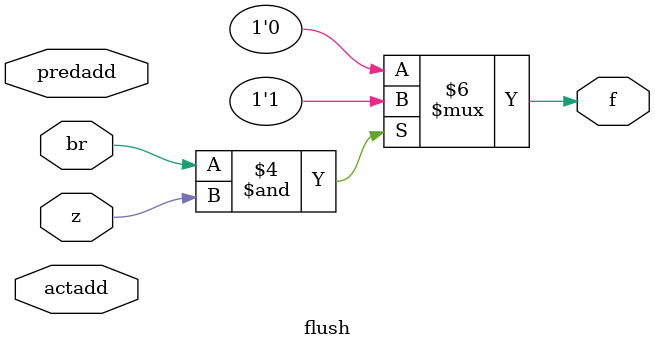
<source format=v>
module flush(br,z,predadd,actadd,f);
input br,z; //Flushing operation incase of normal branch instruction
input [31:0]predadd,actadd; //predicted and actual address in branch prediction
output reg f; //This signal will be passed as rst of the pipo reg to flush

always@(*)
begin
    if(br==1 & z==1)
        f = 1;
    else
        f = 0;
end

endmodule
</source>
